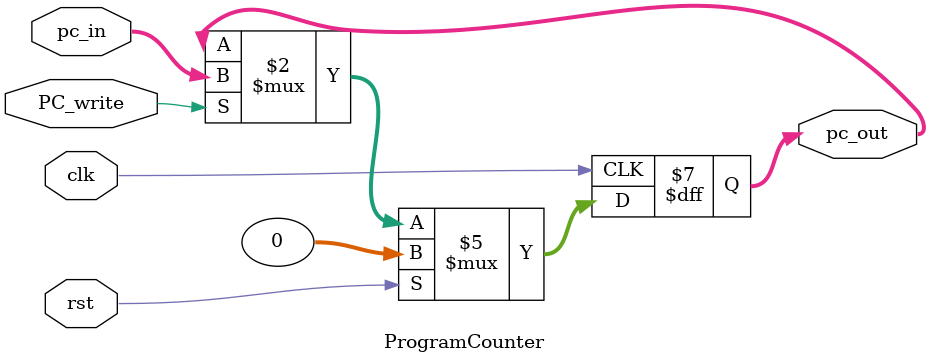
<source format=sv>
module ProgramCounter(clk,rst,PC_write,pc_in,pc_out);
input clk,rst,PC_write;
input [31:0] pc_in;
output logic [31:0] pc_out;

always_ff @ (posedge clk)
begin
	if (rst)
	begin
		pc_out <= 32'd0;
	end
	else if (PC_write)
	begin
		pc_out <= pc_in;
	end
end
endmodule
</source>
